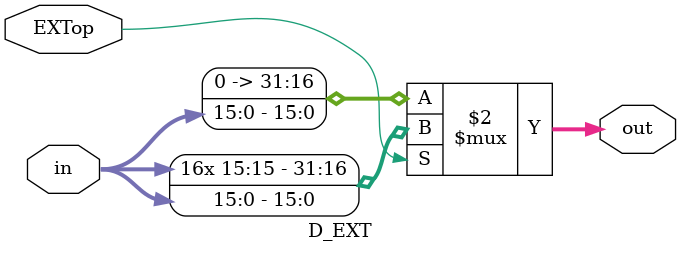
<source format=v>
`timescale 1ns / 1ps

module D_EXT(
	input [15:0] in,
	input EXTop,
	output [31:0] out
    );
	
	assign out = (EXTop == 1) ? {{16{in[15]}},in}:
										{{16{1'b0}},in};

endmodule

</source>
